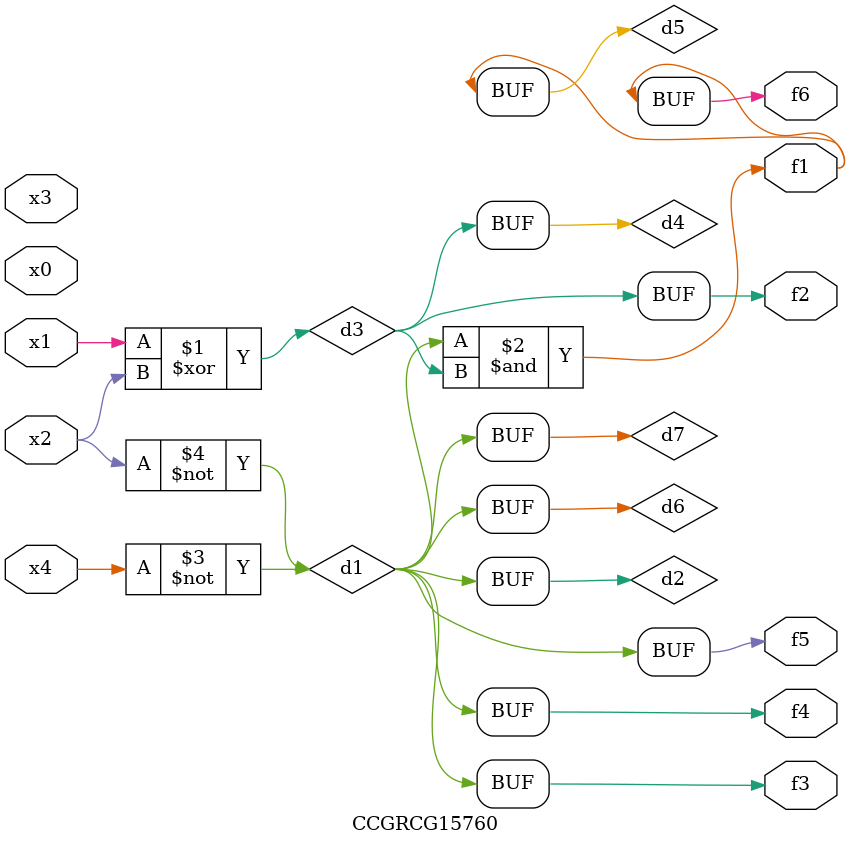
<source format=v>
module CCGRCG15760(
	input x0, x1, x2, x3, x4,
	output f1, f2, f3, f4, f5, f6
);

	wire d1, d2, d3, d4, d5, d6, d7;

	not (d1, x4);
	not (d2, x2);
	xor (d3, x1, x2);
	buf (d4, d3);
	and (d5, d1, d3);
	buf (d6, d1, d2);
	buf (d7, d2);
	assign f1 = d5;
	assign f2 = d4;
	assign f3 = d7;
	assign f4 = d7;
	assign f5 = d7;
	assign f6 = d5;
endmodule

</source>
